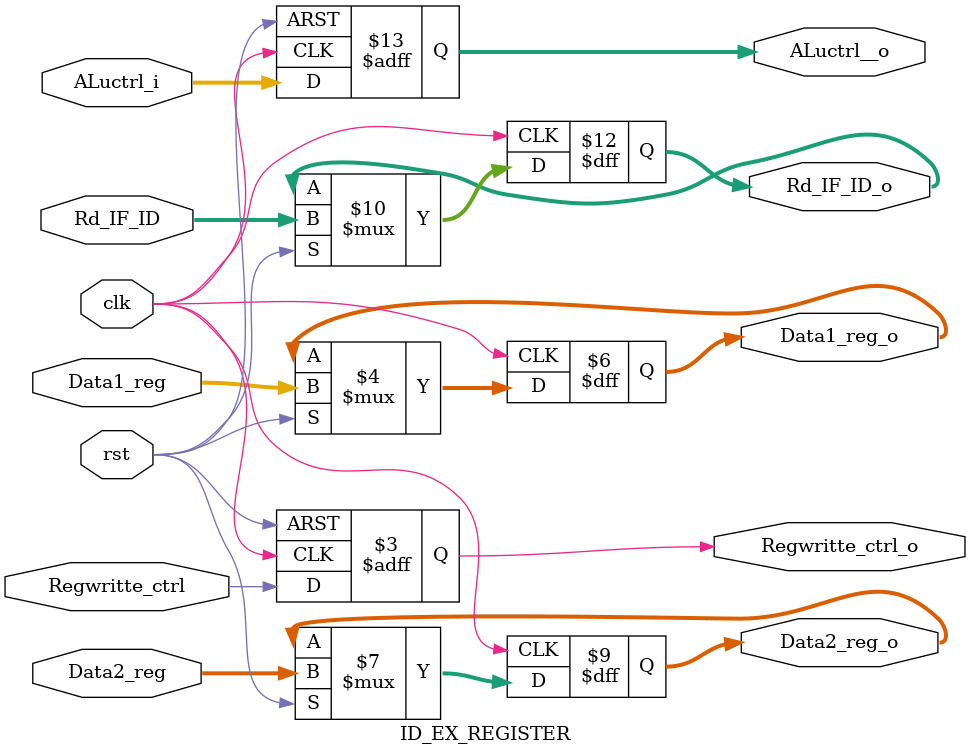
<source format=v>
`timescale 1ns / 1ps
module ID_EX_REGISTER(
input clk,
input rst,
input Regwritte_ctrl,
input [31:0] Data1_reg,
input [31:0] Data2_reg,
input [4:0] Rd_IF_ID,
input [3:0] ALuctrl_i,
output reg Regwritte_ctrl_o,
output reg [31:0] Data1_reg_o,
output reg [31:0] Data2_reg_o,
output reg [4:0] Rd_IF_ID_o,
output reg [3:0] ALuctrl__o
    );
 always@(posedge clk,negedge rst)
 begin
 if(rst==0)
 begin
 Regwritte_ctrl_o=0;
 ALuctrl__o=0;
 end
 else
 begin
Regwritte_ctrl_o<=Regwritte_ctrl;
 Data1_reg_o<=Data1_reg;
Data2_reg_o<=Data2_reg;
Rd_IF_ID_o<=Rd_IF_ID;
ALuctrl__o<=ALuctrl_i;
end
end
endmodule

</source>
